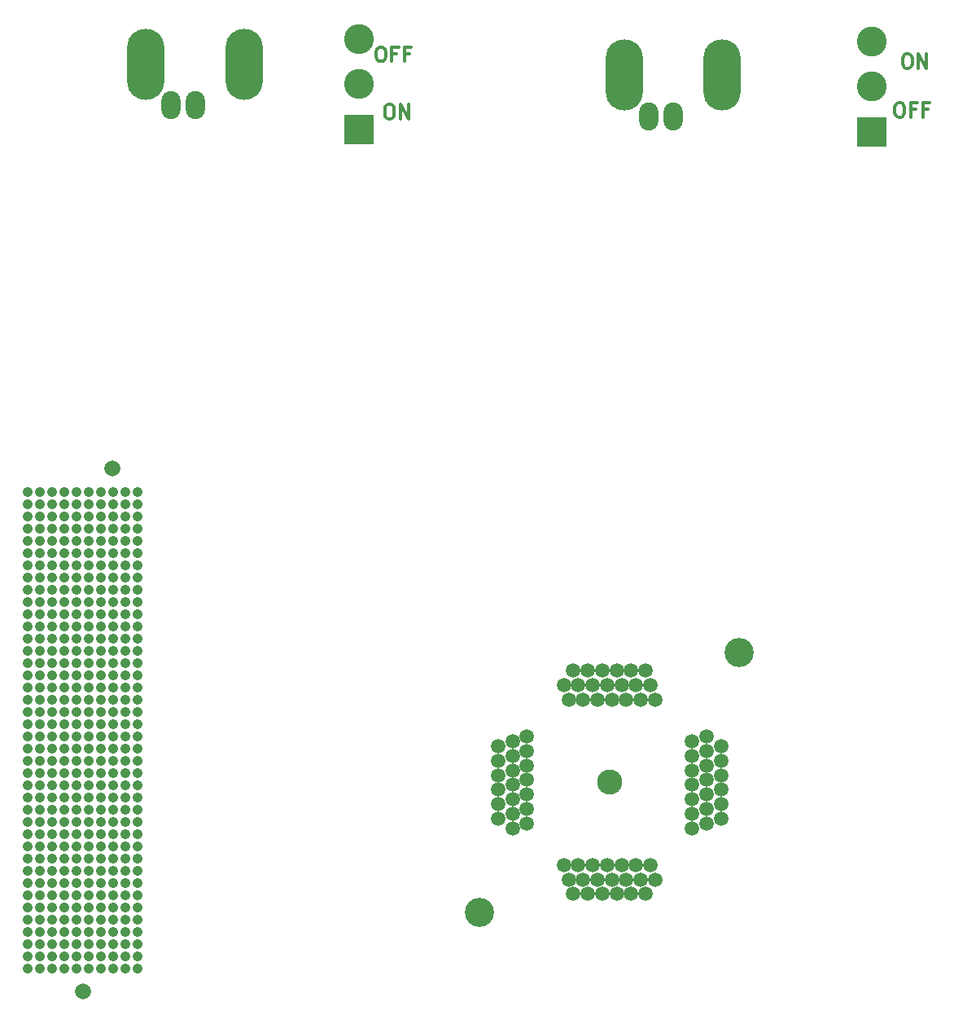
<source format=gbr>
G04 #@! TF.FileFunction,Soldermask,Top*
%FSLAX46Y46*%
G04 Gerber Fmt 4.6, Leading zero omitted, Abs format (unit mm)*
G04 Created by KiCad (PCBNEW 4.0.4-snap1-stable) date Wed Apr 29 16:08:13 2020*
%MOMM*%
%LPD*%
G01*
G04 APERTURE LIST*
%ADD10C,0.100000*%
%ADD11C,0.300000*%
%ADD12C,1.040000*%
%ADD13C,1.670000*%
%ADD14O,3.900120X7.400240*%
%ADD15O,2.000200X2.899360*%
%ADD16C,1.492200*%
%ADD17C,2.609800*%
%ADD18C,3.016200*%
%ADD19C,3.100000*%
%ADD20R,3.100000X3.100000*%
G04 APERTURE END LIST*
D10*
D11*
X215641429Y-25108571D02*
X215927143Y-25108571D01*
X216070001Y-25180000D01*
X216212858Y-25322857D01*
X216284286Y-25608571D01*
X216284286Y-26108571D01*
X216212858Y-26394286D01*
X216070001Y-26537143D01*
X215927143Y-26608571D01*
X215641429Y-26608571D01*
X215498572Y-26537143D01*
X215355715Y-26394286D01*
X215284286Y-26108571D01*
X215284286Y-25608571D01*
X215355715Y-25322857D01*
X215498572Y-25180000D01*
X215641429Y-25108571D01*
X217427144Y-25822857D02*
X216927144Y-25822857D01*
X216927144Y-26608571D02*
X216927144Y-25108571D01*
X217641430Y-25108571D01*
X218712858Y-25822857D02*
X218212858Y-25822857D01*
X218212858Y-26608571D02*
X218212858Y-25108571D01*
X218927144Y-25108571D01*
X216441428Y-20048571D02*
X216727142Y-20048571D01*
X216870000Y-20120000D01*
X217012857Y-20262857D01*
X217084285Y-20548571D01*
X217084285Y-21048571D01*
X217012857Y-21334286D01*
X216870000Y-21477143D01*
X216727142Y-21548571D01*
X216441428Y-21548571D01*
X216298571Y-21477143D01*
X216155714Y-21334286D01*
X216084285Y-21048571D01*
X216084285Y-20548571D01*
X216155714Y-20262857D01*
X216298571Y-20120000D01*
X216441428Y-20048571D01*
X217727143Y-21548571D02*
X217727143Y-20048571D01*
X218584286Y-21548571D01*
X218584286Y-20048571D01*
X162571428Y-25298571D02*
X162857142Y-25298571D01*
X163000000Y-25370000D01*
X163142857Y-25512857D01*
X163214285Y-25798571D01*
X163214285Y-26298571D01*
X163142857Y-26584286D01*
X163000000Y-26727143D01*
X162857142Y-26798571D01*
X162571428Y-26798571D01*
X162428571Y-26727143D01*
X162285714Y-26584286D01*
X162214285Y-26298571D01*
X162214285Y-25798571D01*
X162285714Y-25512857D01*
X162428571Y-25370000D01*
X162571428Y-25298571D01*
X163857143Y-26798571D02*
X163857143Y-25298571D01*
X164714286Y-26798571D01*
X164714286Y-25298571D01*
X161681429Y-19318571D02*
X161967143Y-19318571D01*
X162110001Y-19390000D01*
X162252858Y-19532857D01*
X162324286Y-19818571D01*
X162324286Y-20318571D01*
X162252858Y-20604286D01*
X162110001Y-20747143D01*
X161967143Y-20818571D01*
X161681429Y-20818571D01*
X161538572Y-20747143D01*
X161395715Y-20604286D01*
X161324286Y-20318571D01*
X161324286Y-19818571D01*
X161395715Y-19532857D01*
X161538572Y-19390000D01*
X161681429Y-19318571D01*
X163467144Y-20032857D02*
X162967144Y-20032857D01*
X162967144Y-20818571D02*
X162967144Y-19318571D01*
X163681430Y-19318571D01*
X164752858Y-20032857D02*
X164252858Y-20032857D01*
X164252858Y-20818571D02*
X164252858Y-19318571D01*
X164967144Y-19318571D01*
D12*
X136515000Y-65535000D03*
X135245000Y-65535000D03*
X133975000Y-65535000D03*
X132705000Y-65535000D03*
X131435000Y-65535000D03*
X130165000Y-65535000D03*
X128895000Y-65535000D03*
X127625000Y-65535000D03*
X126355000Y-65535000D03*
X125085000Y-65535000D03*
X136515000Y-66805000D03*
X135245000Y-66805000D03*
X133975000Y-66805000D03*
X132705000Y-66805000D03*
X131435000Y-66805000D03*
X130165000Y-66805000D03*
X128895000Y-66805000D03*
X127625000Y-66805000D03*
X126355000Y-66805000D03*
X125085000Y-66805000D03*
X136515000Y-68075000D03*
X135245000Y-68075000D03*
X133975000Y-68075000D03*
X132705000Y-68075000D03*
X131435000Y-68075000D03*
X130165000Y-68075000D03*
X128895000Y-68075000D03*
X127625000Y-68075000D03*
X126355000Y-68075000D03*
X125085000Y-68075000D03*
X136515000Y-69345000D03*
X135245000Y-69345000D03*
X133975000Y-69345000D03*
X132705000Y-69345000D03*
X131435000Y-69345000D03*
X130165000Y-69345000D03*
X128895000Y-69345000D03*
X127625000Y-69345000D03*
X126355000Y-69345000D03*
X125085000Y-69345000D03*
X136515000Y-70615000D03*
X135245000Y-70615000D03*
X133975000Y-70615000D03*
X132705000Y-70615000D03*
X131435000Y-70615000D03*
X130165000Y-70615000D03*
X128895000Y-70615000D03*
X127625000Y-70615000D03*
X126355000Y-70615000D03*
X125085000Y-70615000D03*
X136515000Y-71885000D03*
X135245000Y-71885000D03*
X133975000Y-71885000D03*
X132705000Y-71885000D03*
X131435000Y-71885000D03*
X130165000Y-71885000D03*
X128895000Y-71885000D03*
X127625000Y-71885000D03*
X126355000Y-71885000D03*
X125085000Y-71885000D03*
X136515000Y-73155000D03*
X135245000Y-73155000D03*
X133975000Y-73155000D03*
X132705000Y-73155000D03*
X131435000Y-73155000D03*
X130165000Y-73155000D03*
X128895000Y-73155000D03*
X127625000Y-73155000D03*
X126355000Y-73155000D03*
X125085000Y-73155000D03*
X136515000Y-74425000D03*
X135245000Y-74425000D03*
X133975000Y-74425000D03*
X132705000Y-74425000D03*
X131435000Y-74425000D03*
X130165000Y-74425000D03*
X128895000Y-74425000D03*
X127625000Y-74425000D03*
X126355000Y-74425000D03*
X125085000Y-74425000D03*
X136515000Y-75695000D03*
X135245000Y-75695000D03*
X133975000Y-75695000D03*
X132705000Y-75695000D03*
X131435000Y-75695000D03*
X130165000Y-75695000D03*
X128895000Y-75695000D03*
X127625000Y-75695000D03*
X126355000Y-75695000D03*
X125085000Y-75695000D03*
X136515000Y-76965000D03*
X135245000Y-76965000D03*
X133975000Y-76965000D03*
X132705000Y-76965000D03*
X131435000Y-76965000D03*
X130165000Y-76965000D03*
X128895000Y-76965000D03*
X127625000Y-76965000D03*
X126355000Y-76965000D03*
X125085000Y-76965000D03*
X136515000Y-78235000D03*
X135245000Y-78235000D03*
X133975000Y-78235000D03*
X132705000Y-78235000D03*
X131435000Y-78235000D03*
X130165000Y-78235000D03*
X128895000Y-78235000D03*
X127625000Y-78235000D03*
X126355000Y-78235000D03*
X125085000Y-78235000D03*
X136515000Y-79505000D03*
X135245000Y-79505000D03*
X133975000Y-79505000D03*
X132705000Y-79505000D03*
X131435000Y-79505000D03*
X130165000Y-79505000D03*
X128895000Y-79505000D03*
X127625000Y-79505000D03*
X126355000Y-79505000D03*
X125085000Y-79505000D03*
X136515000Y-80775000D03*
X135245000Y-80775000D03*
X133975000Y-80775000D03*
X132705000Y-80775000D03*
X131435000Y-80775000D03*
X130165000Y-80775000D03*
X128895000Y-80775000D03*
X127625000Y-80775000D03*
X126355000Y-80775000D03*
X125085000Y-80775000D03*
X136515000Y-82045000D03*
X135245000Y-82045000D03*
X133975000Y-82045000D03*
X132705000Y-82045000D03*
X131435000Y-82045000D03*
X130165000Y-82045000D03*
X128895000Y-82045000D03*
X127625000Y-82045000D03*
X126355000Y-82045000D03*
X125085000Y-82045000D03*
X136515000Y-83315000D03*
X135245000Y-83315000D03*
X133975000Y-83315000D03*
X132705000Y-83315000D03*
X131435000Y-83315000D03*
X130165000Y-83315000D03*
X128895000Y-83315000D03*
X127625000Y-83315000D03*
X126355000Y-83315000D03*
X125085000Y-83315000D03*
X136515000Y-84585000D03*
X135245000Y-84585000D03*
X133975000Y-84585000D03*
X132705000Y-84585000D03*
X131435000Y-84585000D03*
X130165000Y-84585000D03*
X128895000Y-84585000D03*
X127625000Y-84585000D03*
X126355000Y-84585000D03*
X125085000Y-84585000D03*
X136515000Y-85855000D03*
X135245000Y-85855000D03*
X133975000Y-85855000D03*
X132705000Y-85855000D03*
X131435000Y-85855000D03*
X130165000Y-85855000D03*
X128895000Y-85855000D03*
X127625000Y-85855000D03*
X126355000Y-85855000D03*
X125085000Y-85855000D03*
X136515000Y-87125000D03*
X135245000Y-87125000D03*
X133975000Y-87125000D03*
X132705000Y-87125000D03*
X131435000Y-87125000D03*
X130165000Y-87125000D03*
X128895000Y-87125000D03*
X127625000Y-87125000D03*
X126355000Y-87125000D03*
X125085000Y-87125000D03*
X136515000Y-88395000D03*
X135245000Y-88395000D03*
X133975000Y-88395000D03*
X132705000Y-88395000D03*
X131435000Y-88395000D03*
X130165000Y-88395000D03*
X128895000Y-88395000D03*
X127625000Y-88395000D03*
X126355000Y-88395000D03*
X125085000Y-88395000D03*
X136515000Y-89665000D03*
X135245000Y-89665000D03*
X133975000Y-89665000D03*
X132705000Y-89665000D03*
X131435000Y-89665000D03*
X130165000Y-89665000D03*
X128895000Y-89665000D03*
X127625000Y-89665000D03*
X126355000Y-89665000D03*
X125085000Y-89665000D03*
X136515000Y-90935000D03*
X135245000Y-90935000D03*
X133975000Y-90935000D03*
X132705000Y-90935000D03*
X131435000Y-90935000D03*
X130165000Y-90935000D03*
X128895000Y-90935000D03*
X127625000Y-90935000D03*
X126355000Y-90935000D03*
X125085000Y-90935000D03*
X136515000Y-92205000D03*
X135245000Y-92205000D03*
X133975000Y-92205000D03*
X132705000Y-92205000D03*
X131435000Y-92205000D03*
X130165000Y-92205000D03*
X128895000Y-92205000D03*
X127625000Y-92205000D03*
X126355000Y-92205000D03*
X125085000Y-92205000D03*
X136515000Y-93475000D03*
X135245000Y-93475000D03*
X133975000Y-93475000D03*
X132705000Y-93475000D03*
X131435000Y-93475000D03*
X130165000Y-93475000D03*
X128895000Y-93475000D03*
X127625000Y-93475000D03*
X126355000Y-93475000D03*
X125085000Y-93475000D03*
X136515000Y-94745000D03*
X135245000Y-94745000D03*
X133975000Y-94745000D03*
X132705000Y-94745000D03*
X131435000Y-94745000D03*
X130165000Y-94745000D03*
X128895000Y-94745000D03*
X127625000Y-94745000D03*
X126355000Y-94745000D03*
X125085000Y-94745000D03*
X136515000Y-96015000D03*
X135245000Y-96015000D03*
X133975000Y-96015000D03*
X132705000Y-96015000D03*
X131435000Y-96015000D03*
X130165000Y-96015000D03*
X128895000Y-96015000D03*
X127625000Y-96015000D03*
X126355000Y-96015000D03*
X125085000Y-96015000D03*
X136515000Y-97285000D03*
X135245000Y-97285000D03*
X133975000Y-97285000D03*
X132705000Y-97285000D03*
X131435000Y-97285000D03*
X130165000Y-97285000D03*
X128895000Y-97285000D03*
X127625000Y-97285000D03*
X126355000Y-97285000D03*
X125085000Y-97285000D03*
X136515000Y-98555000D03*
X135245000Y-98555000D03*
X133975000Y-98555000D03*
X132705000Y-98555000D03*
X131435000Y-98555000D03*
X130165000Y-98555000D03*
X128895000Y-98555000D03*
X127625000Y-98555000D03*
X126355000Y-98555000D03*
X125085000Y-98555000D03*
X136515000Y-99825000D03*
X135245000Y-99825000D03*
X133975000Y-99825000D03*
X132705000Y-99825000D03*
X131435000Y-99825000D03*
X130165000Y-99825000D03*
X128895000Y-99825000D03*
X127625000Y-99825000D03*
X126355000Y-99825000D03*
X125085000Y-99825000D03*
X136515000Y-101095000D03*
X135245000Y-101095000D03*
X133975000Y-101095000D03*
X132705000Y-101095000D03*
X131435000Y-101095000D03*
X130165000Y-101095000D03*
X128895000Y-101095000D03*
X127625000Y-101095000D03*
X126355000Y-101095000D03*
X125085000Y-101095000D03*
X136515000Y-102365000D03*
X135245000Y-102365000D03*
X133975000Y-102365000D03*
X132705000Y-102365000D03*
X131435000Y-102365000D03*
X130165000Y-102365000D03*
X128895000Y-102365000D03*
X127625000Y-102365000D03*
X126355000Y-102365000D03*
X125085000Y-102365000D03*
X136515000Y-103635000D03*
X135245000Y-103635000D03*
X133975000Y-103635000D03*
X132705000Y-103635000D03*
X131435000Y-103635000D03*
X130165000Y-103635000D03*
X128895000Y-103635000D03*
X127625000Y-103635000D03*
X126355000Y-103635000D03*
X125085000Y-103635000D03*
X136515000Y-104905000D03*
X135245000Y-104905000D03*
X133975000Y-104905000D03*
X132705000Y-104905000D03*
X131435000Y-104905000D03*
X130165000Y-104905000D03*
X128895000Y-104905000D03*
X127625000Y-104905000D03*
X126355000Y-104905000D03*
X125085000Y-104905000D03*
X136515000Y-106175000D03*
X135245000Y-106175000D03*
X133975000Y-106175000D03*
X132705000Y-106175000D03*
X131435000Y-106175000D03*
X130165000Y-106175000D03*
X128895000Y-106175000D03*
X127625000Y-106175000D03*
X126355000Y-106175000D03*
X125085000Y-106175000D03*
X136515000Y-107445000D03*
X135245000Y-107445000D03*
X133975000Y-107445000D03*
X132705000Y-107445000D03*
X131435000Y-107445000D03*
X130165000Y-107445000D03*
X128895000Y-107445000D03*
X127625000Y-107445000D03*
X126355000Y-107445000D03*
X125085000Y-107445000D03*
X136515000Y-108715000D03*
X135245000Y-108715000D03*
X133975000Y-108715000D03*
X132705000Y-108715000D03*
X131435000Y-108715000D03*
X130165000Y-108715000D03*
X128895000Y-108715000D03*
X127625000Y-108715000D03*
X126355000Y-108715000D03*
X125085000Y-108715000D03*
X136515000Y-109985000D03*
X135245000Y-109985000D03*
X133975000Y-109985000D03*
X132705000Y-109985000D03*
X131435000Y-109985000D03*
X130165000Y-109985000D03*
X128895000Y-109985000D03*
X127625000Y-109985000D03*
X126355000Y-109985000D03*
X125085000Y-109985000D03*
X136515000Y-111255000D03*
X135245000Y-111255000D03*
X133975000Y-111255000D03*
X132705000Y-111255000D03*
X131435000Y-111255000D03*
X130165000Y-111255000D03*
X128895000Y-111255000D03*
X127625000Y-111255000D03*
X126355000Y-111255000D03*
X125085000Y-111255000D03*
X136515000Y-112525000D03*
X135245000Y-112525000D03*
X133975000Y-112525000D03*
X132705000Y-112525000D03*
X131435000Y-112525000D03*
X130165000Y-112525000D03*
X128895000Y-112525000D03*
X127625000Y-112525000D03*
X126355000Y-112525000D03*
X125085000Y-112525000D03*
X136515000Y-113795000D03*
X135245000Y-113795000D03*
X133975000Y-113795000D03*
X132705000Y-113795000D03*
X131435000Y-113795000D03*
X130165000Y-113795000D03*
X128895000Y-113795000D03*
X127625000Y-113795000D03*
X126355000Y-113795000D03*
X125085000Y-113795000D03*
X136515000Y-115065000D03*
X135245000Y-115065000D03*
X133975000Y-115065000D03*
X132705000Y-115065000D03*
X131435000Y-115065000D03*
X130165000Y-115065000D03*
X128895000Y-115065000D03*
X127625000Y-115065000D03*
X126355000Y-115065000D03*
X125085000Y-115065000D03*
D13*
X130800000Y-117491000D03*
X133850000Y-63111000D03*
D14*
X137392220Y-21116600D03*
X147590320Y-21116600D03*
D15*
X142490000Y-25381260D03*
X139990640Y-25381260D03*
D14*
X187122220Y-22236600D03*
X197320320Y-22236600D03*
D15*
X192220000Y-26501260D03*
X189720640Y-26501260D03*
D16*
X177000000Y-91000000D03*
X175501400Y-91500002D03*
X174002800Y-92000001D03*
X177000000Y-92500000D03*
X175501400Y-93000001D03*
X174002800Y-93500000D03*
X177000000Y-94000002D03*
X175501400Y-94500001D03*
X174002800Y-95000000D03*
X177000000Y-95500001D03*
X175501400Y-96000000D03*
X174002800Y-96500002D03*
X177000000Y-97000001D03*
X175501400Y-97500000D03*
X174002800Y-98000001D03*
X177000000Y-98500000D03*
X175501400Y-99000002D03*
X174002800Y-99500001D03*
X177000000Y-100000000D03*
X175501400Y-100500001D03*
X180847899Y-104347901D03*
X181347901Y-105846501D03*
X181847900Y-107345101D03*
X182347899Y-104347901D03*
X182847900Y-105846501D03*
X183347899Y-107345101D03*
X183847901Y-104347901D03*
X184347900Y-105846501D03*
X184847899Y-107345101D03*
X185347901Y-104347901D03*
X185847900Y-105846501D03*
X186347901Y-107345101D03*
X186847900Y-104347901D03*
X187347899Y-105846501D03*
X187847901Y-107345101D03*
X188347900Y-104347901D03*
X188847901Y-105846501D03*
X189347900Y-107345101D03*
X189847899Y-104347901D03*
X190347901Y-105846501D03*
X194195800Y-100500001D03*
X195694400Y-100000000D03*
X197193000Y-99500001D03*
X194195800Y-99000002D03*
X195694400Y-98500000D03*
X197193000Y-98000001D03*
X194195800Y-97500000D03*
X195694400Y-97000001D03*
X197193000Y-96500002D03*
X194195800Y-96000000D03*
X195694400Y-95500001D03*
X197193000Y-95000000D03*
X194195800Y-94500001D03*
X195694400Y-94000002D03*
X197193000Y-93500000D03*
X194195800Y-93000001D03*
X195694400Y-92500000D03*
X197193000Y-92000001D03*
X194195800Y-91500002D03*
X195694400Y-91000000D03*
X190347901Y-87152101D03*
X189847899Y-85653501D03*
X189347900Y-84154901D03*
X188847901Y-87152101D03*
X188347900Y-85653501D03*
X187847901Y-84154901D03*
X187347899Y-87152101D03*
X186847900Y-85653501D03*
X186347901Y-84154901D03*
X185847899Y-87152101D03*
X185347900Y-85653501D03*
X184847899Y-84154901D03*
X184347900Y-87152101D03*
X183847901Y-85653501D03*
X183347899Y-84154901D03*
X182847900Y-87152101D03*
X182347899Y-85653501D03*
X181847900Y-84154901D03*
X181347901Y-87152101D03*
X180847899Y-85653501D03*
D17*
X185597900Y-95750001D03*
D18*
X172097800Y-109250101D03*
X199098000Y-82249901D03*
D19*
X212850000Y-23420000D03*
D20*
X212850000Y-28120000D03*
D19*
X212850000Y-18720000D03*
X159530000Y-23170000D03*
D20*
X159530000Y-27870000D03*
D19*
X159530000Y-18470000D03*
M02*

</source>
